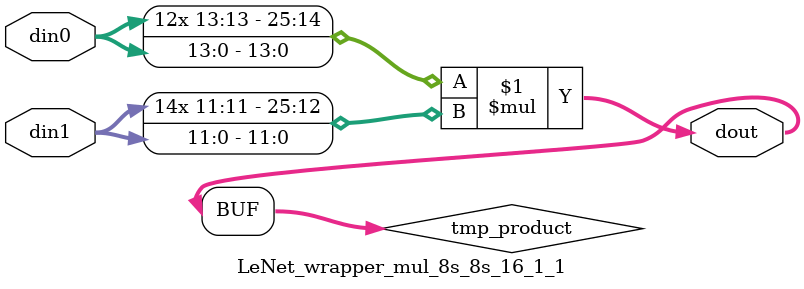
<source format=v>

`timescale 1 ns / 1 ps

  module LeNet_wrapper_mul_8s_8s_16_1_1(din0, din1, dout);
parameter ID = 1;
parameter NUM_STAGE = 0;
parameter din0_WIDTH = 14;
parameter din1_WIDTH = 12;
parameter dout_WIDTH = 26;

input [din0_WIDTH - 1 : 0] din0; 
input [din1_WIDTH - 1 : 0] din1; 
output [dout_WIDTH - 1 : 0] dout;

wire signed [dout_WIDTH - 1 : 0] tmp_product;













assign tmp_product = $signed(din0) * $signed(din1);








assign dout = tmp_product;







endmodule

</source>
